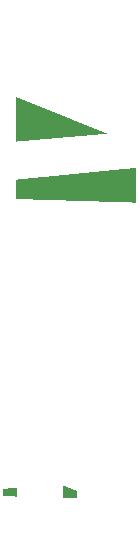
<source format=gbo>
%TF.GenerationSoftware,KiCad,Pcbnew,(6.0.5-22-g43b8adad1a)*%
%TF.CreationDate,2022-05-30T21:51:07-07:00*%
%TF.ProjectId,shadystake,73686164-7973-4746-916b-652e6b696361,rev?*%
%TF.SameCoordinates,Original*%
%TF.FileFunction,Legend,Bot*%
%TF.FilePolarity,Positive*%
%FSLAX46Y46*%
G04 Gerber Fmt 4.6, Leading zero omitted, Abs format (unit mm)*
G04 Created by KiCad (PCBNEW (6.0.5-22-g43b8adad1a)) date 2022-05-30 21:51:07*
%MOMM*%
%LPD*%
G01*
G04 APERTURE LIST*
G04 Aperture macros list*
%AMFreePoly0*
4,1,70,3.024478,2.747614,3.340181,2.672791,3.645063,2.561823,3.935000,2.416211,4.206072,2.237924,4.454614,2.029372,4.677264,1.793377,4.871011,1.533130,5.033235,1.252150,5.161742,0.954236,5.254795,0.643418,5.311135,0.323899,5.330000,0.000000,5.310970,-0.095671,5.256777,-0.176777,5.175671,-0.230970,5.080000,-0.250000,3.429000,-0.250000,2.921000,0.000000,3.429000,0.250000,
4.818799,0.250000,4.816435,0.287581,4.762441,0.570626,4.673398,0.844672,4.550710,1.105397,4.396312,1.348690,4.212639,1.570713,4.002587,1.767964,3.769470,1.937334,3.516963,2.076151,3.249048,2.182226,2.969952,2.253886,2.684075,2.290000,2.395925,2.290000,2.110048,2.253886,1.830952,2.182226,1.563037,2.076151,1.310530,1.937334,1.077413,1.767964,0.867361,1.570713,
0.683688,1.348690,0.529290,1.105397,0.406602,0.844672,0.317559,0.570626,0.263565,0.287581,0.246560,0.017294,0.250000,0.000000,0.230970,-0.095671,0.176777,-0.176777,0.095671,-0.230970,0.000000,-0.250000,-0.095671,-0.230970,-0.176777,-0.176777,-0.230970,-0.095671,-0.250000,0.000000,-0.231135,0.323899,-0.174795,0.643418,-0.081742,0.954236,0.046765,1.252150,0.208989,1.533130,
0.402736,1.793377,0.625386,2.029372,0.873928,2.237924,1.145000,2.416211,1.434937,2.561823,1.739819,2.672791,2.055522,2.747614,2.377776,2.785280,2.702224,2.785280,3.024478,2.747614,3.024478,2.747614,$1*%
%AMFreePoly1*
4,1,24,0.095671,4.929970,0.176777,4.875777,0.230970,4.794671,0.250000,4.699000,0.250000,0.000000,0.230970,-0.095671,0.176777,-0.176777,0.095671,-0.230970,0.000000,-0.250000,-0.095671,-0.230970,-0.176777,-0.176777,-0.230970,-0.095671,-0.250000,0.000000,-0.250000,2.798000,-1.651000,2.798000,-2.159000,3.048000,-1.651000,3.298000,-0.250000,3.298000,-0.250000,4.699000,-0.230970,4.794671,
-0.176777,4.875777,-0.095671,4.929970,0.000000,4.949000,0.095671,4.929970,0.095671,4.929970,$1*%
G04 Aperture macros list end*
%ADD10C,0.100000*%
%ADD11C,2.921000*%
%ADD12C,3.200000*%
%ADD13R,1.500000X1.500000*%
%ADD14C,1.500000*%
%ADD15C,3.250000*%
%ADD16R,1.520000X1.520000*%
%ADD17C,1.520000*%
%ADD18FreePoly0,270.000000*%
%ADD19FreePoly1,270.000000*%
%ADD20FreePoly0,180.000000*%
%ADD21FreePoly1,180.000000*%
G04 APERTURE END LIST*
G36*
X100076000Y-90932000D02*
G01*
X89916000Y-90932000D01*
X89916000Y-109728000D01*
X100076000Y-109728000D01*
X100076000Y-90932000D01*
G37*
G36*
X95059500Y-129603500D02*
G01*
X95059500Y-132016500D01*
X94488000Y-132588000D01*
X93916500Y-132016500D01*
X93916500Y-129603500D01*
X94488000Y-129032000D01*
X95059500Y-129603500D01*
G37*
G36*
X93726000Y-133350000D02*
G01*
X93154500Y-133921500D01*
X90741500Y-133921500D01*
X90170000Y-133350000D01*
X90741500Y-132778500D01*
X93154500Y-132778500D01*
X93726000Y-133350000D01*
G37*
G36*
X89979500Y-129603500D02*
G01*
X89979500Y-132016500D01*
X89408000Y-132588000D01*
X88836500Y-132016500D01*
X88836500Y-129603500D01*
X89408000Y-129032000D01*
X89979500Y-129603500D01*
G37*
G36*
X93726000Y-128270000D02*
G01*
X93154500Y-128841500D01*
X90741500Y-128841500D01*
X90170000Y-128270000D01*
X90741500Y-127698500D01*
X93154500Y-127698500D01*
X93726000Y-128270000D01*
G37*
G36*
X100139500Y-129603500D02*
G01*
X100139500Y-132016500D01*
X99568000Y-132588000D01*
X98996500Y-132016500D01*
X98996500Y-129603500D01*
X99568000Y-129032000D01*
X100139500Y-129603500D01*
G37*
G36*
X98806000Y-128270000D02*
G01*
X98234500Y-128841500D01*
X95821500Y-128841500D01*
X95250000Y-128270000D01*
X95821500Y-127698500D01*
X98234500Y-127698500D01*
X98806000Y-128270000D01*
G37*
G36*
X98806000Y-133350000D02*
G01*
X98234500Y-133921500D01*
X95821500Y-133921500D01*
X95250000Y-133350000D01*
X95821500Y-132778500D01*
X98234500Y-132778500D01*
X98806000Y-133350000D01*
G37*
G36*
X95059500Y-121729500D02*
G01*
X95059500Y-124142500D01*
X94488000Y-124714000D01*
X93916500Y-124142500D01*
X93916500Y-121729500D01*
X94488000Y-121158000D01*
X95059500Y-121729500D01*
G37*
G36*
X93726000Y-125476000D02*
G01*
X93154500Y-126047500D01*
X90741500Y-126047500D01*
X90170000Y-125476000D01*
X90741500Y-124904500D01*
X93154500Y-124904500D01*
X93726000Y-125476000D01*
G37*
G36*
X89979500Y-121729500D02*
G01*
X89979500Y-124142500D01*
X89408000Y-124714000D01*
X88836500Y-124142500D01*
X88836500Y-121729500D01*
X89408000Y-121158000D01*
X89979500Y-121729500D01*
G37*
G36*
X93726000Y-120396000D02*
G01*
X93154500Y-120967500D01*
X90741500Y-120967500D01*
X90170000Y-120396000D01*
X90741500Y-119824500D01*
X93154500Y-119824500D01*
X93726000Y-120396000D01*
G37*
G36*
X100139500Y-121729500D02*
G01*
X100139500Y-124142500D01*
X99568000Y-124714000D01*
X98996500Y-124142500D01*
X98996500Y-121729500D01*
X99568000Y-121158000D01*
X100139500Y-121729500D01*
G37*
G36*
X98806000Y-120396000D02*
G01*
X98234500Y-120967500D01*
X95821500Y-120967500D01*
X95250000Y-120396000D01*
X95821500Y-119824500D01*
X98234500Y-119824500D01*
X98806000Y-120396000D01*
G37*
G36*
X98806000Y-125476000D02*
G01*
X98234500Y-126047500D01*
X95821500Y-126047500D01*
X95250000Y-125476000D01*
X95821500Y-124904500D01*
X98234500Y-124904500D01*
X98806000Y-125476000D01*
G37*
G36*
X95059500Y-113855500D02*
G01*
X95059500Y-116268500D01*
X94488000Y-116840000D01*
X93916500Y-116268500D01*
X93916500Y-113855500D01*
X94488000Y-113284000D01*
X95059500Y-113855500D01*
G37*
G36*
X93726000Y-117602000D02*
G01*
X93154500Y-118173500D01*
X90741500Y-118173500D01*
X90170000Y-117602000D01*
X90741500Y-117030500D01*
X93154500Y-117030500D01*
X93726000Y-117602000D01*
G37*
G36*
X89979500Y-113855500D02*
G01*
X89979500Y-116268500D01*
X89408000Y-116840000D01*
X88836500Y-116268500D01*
X88836500Y-113855500D01*
X89408000Y-113284000D01*
X89979500Y-113855500D01*
G37*
G36*
X93726000Y-112522000D02*
G01*
X93154500Y-113093500D01*
X90741500Y-113093500D01*
X90170000Y-112522000D01*
X90741500Y-111950500D01*
X93154500Y-111950500D01*
X93726000Y-112522000D01*
G37*
G36*
X100139500Y-113855500D02*
G01*
X100139500Y-116268500D01*
X99568000Y-116840000D01*
X98996500Y-116268500D01*
X98996500Y-113855500D01*
X99568000Y-113284000D01*
X100139500Y-113855500D01*
G37*
G36*
X98806000Y-112522000D02*
G01*
X98234500Y-113093500D01*
X95821500Y-113093500D01*
X95250000Y-112522000D01*
X95821500Y-111950500D01*
X98234500Y-111950500D01*
X98806000Y-112522000D01*
G37*
G36*
X98806000Y-117602000D02*
G01*
X98234500Y-118173500D01*
X95821500Y-118173500D01*
X95250000Y-117602000D01*
X95821500Y-117030500D01*
X98234500Y-117030500D01*
X98806000Y-117602000D01*
G37*
%LPC*%
D10*
X177800000Y-132080000D02*
X101600000Y-132080000D01*
X101600000Y-132080000D02*
X101600000Y-96520000D01*
X101600000Y-96520000D02*
X177800000Y-96520000D01*
X177800000Y-96520000D02*
X177800000Y-132080000D01*
G36*
X177800000Y-132080000D02*
G01*
X101600000Y-132080000D01*
X101600000Y-96520000D01*
X177800000Y-96520000D01*
X177800000Y-132080000D01*
G37*
D11*
X69532500Y-85725000D02*
G75*
G03*
X69532500Y-85725000I-1460500J0D01*
G01*
X73850500Y-111760000D02*
G75*
G03*
X73850500Y-111760000I-1460500J0D01*
G01*
X78168500Y-134681500D02*
G75*
G03*
X78168500Y-134681500I-1460500J0D01*
G01*
X73850500Y-118745000D02*
G75*
G03*
X73850500Y-118745000I-1460500J0D01*
G01*
D12*
X64750000Y-120177500D03*
X64750000Y-108747500D03*
D13*
X58400000Y-110017500D03*
D14*
X55860000Y-111287500D03*
X58400000Y-112557500D03*
X55860000Y-113827500D03*
X58400000Y-115097500D03*
X55860000Y-116367500D03*
X58400000Y-117637500D03*
X55860000Y-118907500D03*
D15*
X87630000Y-101750000D03*
X77470000Y-101750000D03*
D16*
X85720000Y-110640000D03*
D17*
X84450000Y-108100000D03*
X83180000Y-110640000D03*
X81910000Y-108100000D03*
X80640000Y-110640000D03*
X79370000Y-108100000D03*
D15*
X77470000Y-126850000D03*
X87630000Y-126850000D03*
D16*
X79380000Y-117960000D03*
D17*
X80650000Y-120500000D03*
X81920000Y-117960000D03*
X83190000Y-120500000D03*
X84460000Y-117960000D03*
X85730000Y-120500000D03*
D15*
X87630000Y-89050000D03*
X77470000Y-89050000D03*
D16*
X85720000Y-97940000D03*
D17*
X84450000Y-95400000D03*
X83180000Y-97940000D03*
X81910000Y-95400000D03*
X80640000Y-97940000D03*
X79370000Y-95400000D03*
D15*
X63650000Y-91440000D03*
X63650000Y-101600000D03*
D16*
X72540000Y-93350000D03*
D17*
X70000000Y-94620000D03*
X72540000Y-95890000D03*
X70000000Y-97160000D03*
X72540000Y-98430000D03*
X70000000Y-99700000D03*
D15*
X77470000Y-139550000D03*
X87630000Y-139550000D03*
D16*
X79380000Y-130660000D03*
D17*
X80650000Y-133200000D03*
X81920000Y-130660000D03*
X83190000Y-133200000D03*
X84460000Y-130660000D03*
X85730000Y-133200000D03*
X70000000Y-135260000D03*
X72540000Y-133990000D03*
X70000000Y-132720000D03*
X72540000Y-131450000D03*
X70000000Y-130180000D03*
D16*
X72540000Y-128910000D03*
D15*
X63650000Y-137160000D03*
X63650000Y-127000000D03*
D18*
X68072000Y-83185000D03*
D19*
X65024000Y-85725000D03*
D18*
X72390000Y-109220000D03*
D19*
X69342000Y-111760000D03*
D20*
X79248000Y-134681500D03*
D21*
X76708000Y-131633500D03*
D18*
X72390000Y-116205000D03*
D19*
X69342000Y-118745000D03*
M02*

</source>
